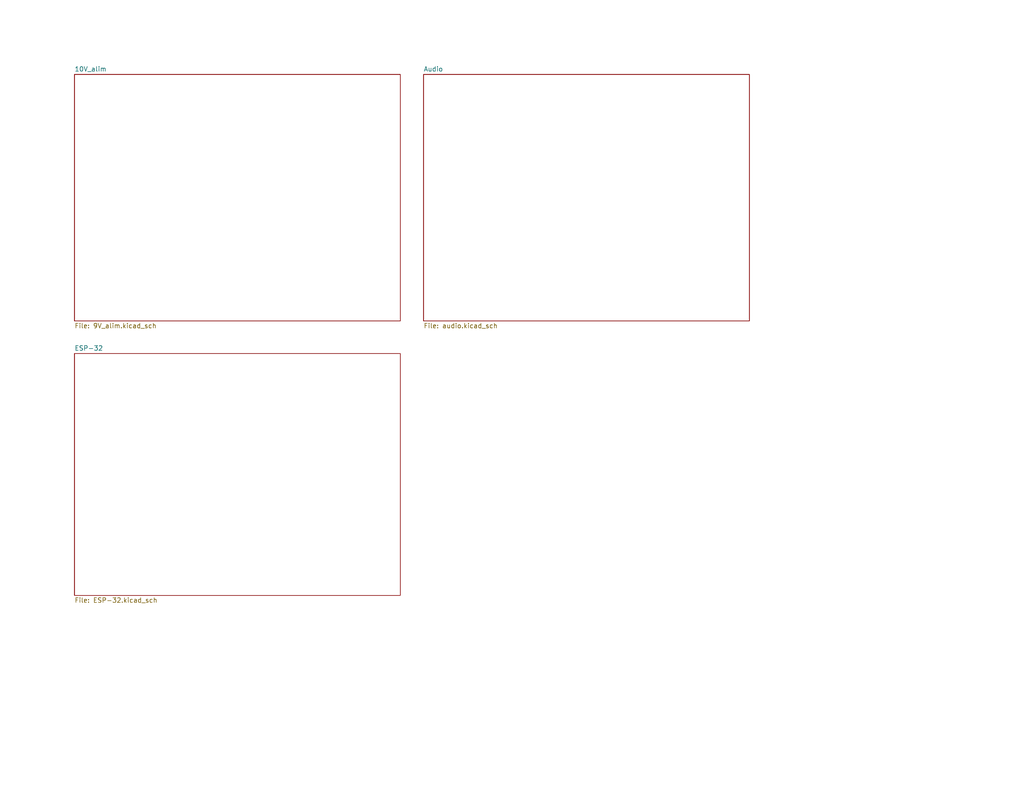
<source format=kicad_sch>
(kicad_sch (version 20211123) (generator eeschema)
  (paper "USLetter")
  (title_block (title "Ecou-Terre_PCB") (date "2023-01-23") (rev "v0") (company "CRIFA") (comment 1 "Eric Gingras") (comment 2 "Jacob Turcotte"))
  (lib_symbols)
  (sheet (at 115.57 20.32) (size 88.9 67.31) (stroke (width 0.1524))
    (property "Sheet name" "Audio" (at 115.57 19.6084 0) (effects (justify left bottom)))
    (property "Sheet file" "audio.kicad_sch" (at 115.57 88.2146 0) (effects (justify left top)))
  )
  (sheet (at 20.32 20.32) (size 88.9 67.31) (stroke (width 0.1524))
    (property "Sheet name" "10V_alim" (at 20.32 19.6084 0) (effects (justify left bottom)))
    (property "Sheet file" "9V_alim.kicad_sch" (at 20.32 88.2146 0) (effects (justify left top)))
  )
  (sheet (at 20.32 96.52) (size 88.9 66.04) (stroke (width 0.1524))
    (property "Sheet name" "ESP-32" (at 20.32 95.8084 0) (effects (justify left bottom)))
    (property "Sheet file" "ESP-32.kicad_sch" (at 20.32 163.1446 0) (effects (justify left top)))
  )
)
</source>
